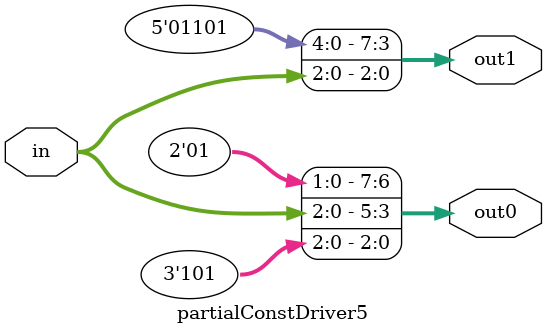
<source format=v>
module partialConstDriver5(input [3-1:0] in, output [8-1:0] out0, output [8-1:0] out1);
  assign out0 = {1'B 1, in, 3'B 101};
  assign out1 = {1'B 1, 3'B 101, in};
endmodule

</source>
